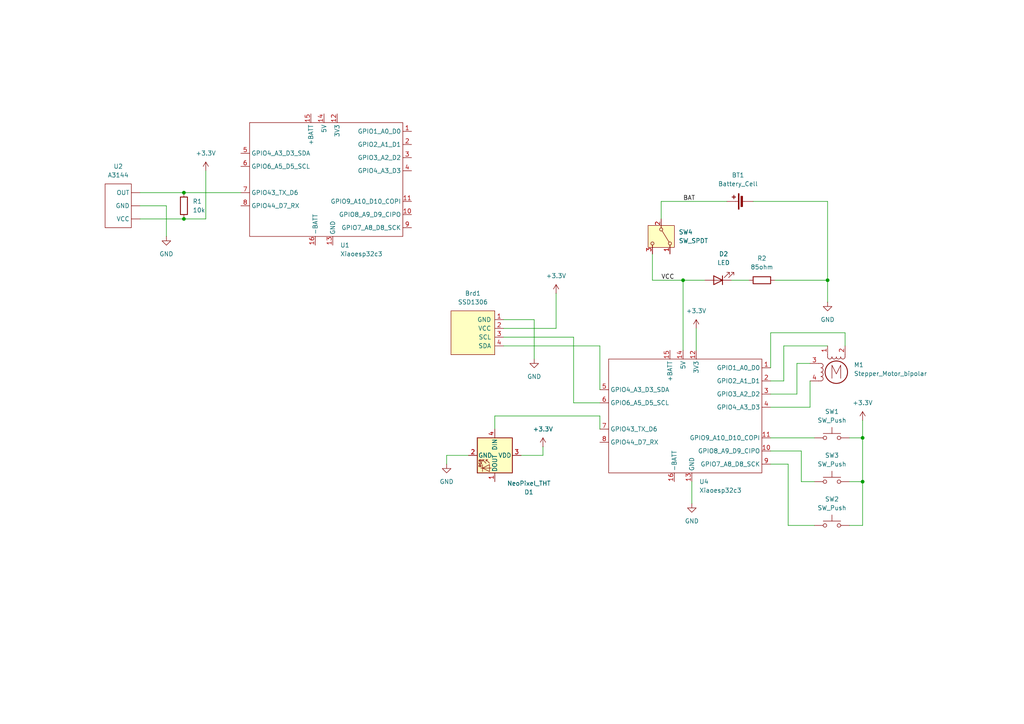
<source format=kicad_sch>
(kicad_sch (version 20250114) (generator "eeschema") (generator_version "9.0")
  (paper "A4")
  (title_block (title "System Architecture and Schematic") (date "2026-01-26") (rev "first draft") (company "Lewis Liu"))
  (lib_symbols
    (symbol "Device:Battery_Cell" (pin_numbers (hide yes)) (pin_names (offset 0) (hide yes))
      (property "Reference" "BT" (at 2.54 2.54 0))
      (property "Value" "Battery_Cell" (at 2.54 0 0))
      (symbol "Battery_Cell_0_1"
        (rectangle (start -2.286 1.778) (end 2.286 1.524) (fill (type outline)))
        (rectangle (start -1.524 1.016) (end 1.524 0.508) (fill (type outline)))
        (polyline (pts (xy 0 1.778) (xy 0 2.54)))
        (polyline (pts (xy 0 0.762) (xy 0 0)))
        (polyline (pts (xy 0.762 3.048) (xy 1.778 3.048)) (stroke (width 0.254)))
        (polyline (pts (xy 1.27 3.556) (xy 1.27 2.54)) (stroke (width 0.254)))
      )
      (symbol "Battery_Cell_1_1"
        (pin passive line (at 0 5.08 270) (length 2.54) (name "+") (number "1"))
        (pin passive line (at 0 -2.54 90) (length 2.54) (name "-") (number "2"))
      )
    )
    (symbol "Device:LED" (pin_numbers (hide yes)) (pin_names (offset 1.016) (hide yes))
      (property "Reference" "D" (at 0 2.54 0))
      (property "Value" "LED" (at 0 -2.54 0))
      (symbol "LED_0_1"
        (polyline (pts (xy -3.048 -0.762) (xy -4.572 -2.286) (xy -3.81 -2.286) (xy -4.572 -2.286) (xy -4.572 -1.524)))
        (polyline (pts (xy -1.778 -0.762) (xy -3.302 -2.286) (xy -2.54 -2.286) (xy -3.302 -2.286) (xy -3.302 -1.524)))
        (polyline (pts (xy -1.27 0) (xy 1.27 0)))
        (polyline (pts (xy -1.27 -1.27) (xy -1.27 1.27)) (stroke (width 0.254)))
        (polyline (pts (xy 1.27 -1.27) (xy 1.27 1.27) (xy -1.27 0) (xy 1.27 -1.27)) (stroke (width 0.254)))
      )
      (symbol "LED_1_1"
        (pin passive line (at -3.81 0 0) (length 2.54) (name "K") (number "1"))
        (pin passive line (at 3.81 0 180) (length 2.54) (name "A") (number "2"))
      )
    )
    (symbol "Device:R" (pin_numbers (hide yes)) (pin_names (offset 0))
      (property "Reference" "R" (at 2.032 0 90))
      (property "Value" "R" (at 0 0 90))
      (symbol "R_0_1"
        (rectangle (start -1.016 -2.54) (end 1.016 2.54) (stroke (width 0.254)))
      )
      (symbol "R_1_1"
        (pin passive line (at 0 3.81 270) (length 1.27) (name "~") (number "1"))
        (pin passive line (at 0 -3.81 90) (length 1.27) (name "~") (number "2"))
      )
    )
    (symbol "GIX_ESP32:XIAO_ESP32"
      (property "Reference" "U" (at -19.812 18.288 0))
      (symbol "XIAO_ESP32_0_1"
        (polyline (pts (xy -21.59 16.51) (xy -21.59 -16.51) (xy 22.86 -16.51) (xy 22.86 16.51) (xy -21.59 16.51)))
      )
      (symbol "XIAO_ESP32_1_1"
        (pin bidirectional line (at -24.13 7.62 0) (length 2.54) (name "GPIO4_A3_D3_SDA") (number "5"))
        (pin bidirectional line (at -24.13 3.81 0) (length 2.54) (name "GPIO6_A5_D5_SCL") (number "6"))
        (pin bidirectional line (at -24.13 -3.81 0) (length 2.54) (name "GPIO43_TX_D6") (number "7"))
        (pin bidirectional line (at -24.13 -7.62 0) (length 2.54) (name "GPIO44_D7_RX") (number "8"))
        (pin bidirectional line (at -3.81 19.05 270) (length 2.54) (name "+BATT") (number "15"))
        (pin bidirectional line (at -2.54 -19.05 90) (length 2.54) (name "-BATT") (number "16"))
        (pin bidirectional line (at 0 19.05 270) (length 2.54) (name "5V") (number "14"))
        (pin bidirectional line (at 2.54 -19.05 90) (length 2.54) (name "GND") (number "13"))
        (pin bidirectional line (at 3.81 19.05 270) (length 2.54) (name "3V3") (number "12"))
        (pin bidirectional line (at 25.4 13.97 180) (length 2.54) (name "GPIO1_A0_D0") (number "1"))
        (pin bidirectional line (at 25.4 10.16 180) (length 2.54) (name "GPIO2_A1_D1") (number "2"))
        (pin bidirectional line (at 25.4 6.35 180) (length 2.54) (name "GPIO3_A2_D2") (number "3"))
        (pin bidirectional line (at 25.4 2.54 180) (length 2.54) (name "GPIO4_A3_D3") (number "4"))
        (pin bidirectional line (at 25.4 -6.35 180) (length 2.54) (name "GPIO9_A10_D10_COPI") (number "11"))
        (pin bidirectional line (at 25.4 -10.16 180) (length 2.54) (name "GPIO8_A9_D9_CIPO") (number "10"))
        (pin bidirectional line (at 25.4 -13.97 180) (length 2.54) (name "GPIO7_A8_D8_SCK") (number "9"))
      )
    )
    (symbol "LED:NeoPixel_THT" (pin_names (offset 0.254))
      (property "Reference" "D" (at 5.08 5.715 0))
      (property "Value" "NeoPixel_THT" (at 1.27 -5.715 0))
      (symbol "NeoPixel_THT_0_0"
        (text "RGB" (at 2.286 -4.191 0) (effects (font (size 0.762 0.762))))
      )
      (symbol "NeoPixel_THT_0_1"
        (polyline (pts (xy 1.27 -2.54) (xy 1.778 -2.54)))
        (polyline (pts (xy 1.27 -3.556) (xy 1.778 -3.556)))
        (polyline (pts (xy 2.286 -1.524) (xy 1.27 -2.54) (xy 1.27 -2.032)))
        (polyline (pts (xy 2.286 -2.54) (xy 1.27 -3.556) (xy 1.27 -3.048)))
        (polyline (pts (xy 3.683 -1.016) (xy 3.683 -3.556) (xy 3.683 -4.064)))
        (polyline (pts (xy 4.699 -1.524) (xy 2.667 -1.524) (xy 3.683 -3.556) (xy 4.699 -1.524)))
        (polyline (pts (xy 4.699 -3.556) (xy 2.667 -3.556)))
        (rectangle (start 5.08 5.08) (end -5.08 -5.08) (stroke (width 0.254)) (fill (type background)))
      )
      (symbol "NeoPixel_THT_1_1"
        (pin input line (at -7.62 0 0) (length 2.54) (name "DIN") (number "4"))
        (pin power_in line (at 0 7.62 270) (length 2.54) (name "VDD") (number "3"))
        (pin power_in line (at 0 -7.62 90) (length 2.54) (name "GND") (number "2"))
        (pin output line (at 7.62 0 180) (length 2.54) (name "DOUT") (number "1"))
      )
    )
    (symbol "Motor:Stepper_Motor_bipolar" (pin_names (offset 0) (hide yes))
      (property "Reference" "M" (at 3.81 2.54 0))
      (property "Value" "Stepper_Motor_bipolar" (at 3.81 1.27 0))
      (symbol "Stepper_Motor_bipolar_0_0"
        (polyline (pts (xy -1.27 -1.778) (xy -1.27 2.032) (xy 0 -0.508) (xy 1.27 2.032) (xy 1.27 -1.778)))
      )
      (symbol "Stepper_Motor_bipolar_0_1"
        (polyline (pts (xy -5.08 2.54) (xy -4.445 2.54)))
        (polyline (pts (xy -5.08 -2.54) (xy -4.445 -2.54)))
        (arc (start -4.445 2.54) (mid -3.8127 1.905) (end -4.445 1.27))
        (arc (start -4.445 1.27) (mid -3.8127 0.635) (end -4.445 0))
        (arc (start -4.445 0) (mid -3.8127 -0.635) (end -4.445 -1.27))
        (arc (start -4.445 -1.27) (mid -3.8127 -1.905) (end -4.445 -2.54))
        (polyline (pts (xy -2.54 5.08) (xy -2.54 4.445)))
        (arc (start -1.27 4.445) (mid -1.905 3.8127) (end -2.54 4.445))
        (arc (start 0 4.445) (mid -0.635 3.8127) (end -1.27 4.445))
        (circle (center 0 0) (radius 3.2512) (stroke (width 0.254)))
        (arc (start 1.27 4.445) (mid 0.635 3.8127) (end 0 4.445))
        (arc (start 2.54 4.445) (mid 1.905 3.8127) (end 1.27 4.445))
        (polyline (pts (xy 2.54 5.08) (xy 2.54 4.445)))
      )
      (symbol "Stepper_Motor_bipolar_1_1"
        (pin passive line (at -7.62 2.54 0) (length 2.54) (name "~") (number "3"))
        (pin passive line (at -7.62 -2.54 0) (length 2.54) (name "~") (number "4"))
        (pin passive line (at -2.54 7.62 270) (length 2.54) (name "~") (number "1"))
        (pin passive line (at 2.54 7.62 270) (length 2.54) (name "-") (number "2"))
      )
    )
    (symbol "SSD1306-128x64_OLED:SSD1306" (pin_names (offset 1.016))
      (property "Reference" "Brd" (at 0 -3.81 0))
      (property "Value" "SSD1306" (at 0 -1.27 0))
      (symbol "SSD1306_0_1"
        (rectangle (start -6.35 6.35) (end 6.35 -6.35) (fill (type background)))
      )
      (symbol "SSD1306_1_1"
        (pin input line (at -3.81 8.89 270) (length 2.54) (name "GND") (number "1"))
        (pin input line (at -1.27 8.89 270) (length 2.54) (name "VCC") (number "2"))
        (pin input line (at 1.27 8.89 270) (length 2.54) (name "SCL") (number "3"))
        (pin input line (at 3.81 8.89 270) (length 2.54) (name "SDA") (number "4"))
      )
    )
    (symbol "Switch:SW_Push" (pin_numbers (hide yes)) (pin_names (offset 1.016) (hide yes))
      (property "Reference" "SW" (at 1.27 2.54 0))
      (property "Value" "SW_Push" (at 0 -1.524 0))
      (symbol "SW_Push_0_1"
        (circle (center -2.032 0) (radius 0.508))
        (polyline (pts (xy 0 1.27) (xy 0 3.048)))
        (circle (center 2.032 0) (radius 0.508))
        (polyline (pts (xy 2.54 1.27) (xy -2.54 1.27)))
        (pin passive line (at -5.08 0 0) (length 2.54) (name "1") (number "1"))
        (pin passive line (at 5.08 0 180) (length 2.54) (name "2") (number "2"))
      )
    )
    (symbol "Switch:SW_SPDT" (pin_names (offset 0) (hide yes))
      (property "Reference" "SW" (at 0 5.08 0))
      (property "Value" "SW_SPDT" (at 0 -5.08 0))
      (symbol "SW_SPDT_0_1"
        (circle (center -2.032 0) (radius 0.4572))
        (polyline (pts (xy -1.651 0.254) (xy 1.651 2.286)))
        (circle (center 2.032 2.54) (radius 0.4572))
        (circle (center 2.032 -2.54) (radius 0.4572))
      )
      (symbol "SW_SPDT_1_1"
        (rectangle (start -3.175 3.81) (end 3.175 -3.81) (fill (type background)))
        (pin passive line (at -5.08 0 0) (length 2.54) (name "B") (number "2"))
        (pin passive line (at 5.08 2.54 180) (length 2.54) (name "A") (number "1"))
        (pin passive line (at 5.08 -2.54 180) (length 2.54) (name "C") (number "3"))
      )
    )
    (symbol "a3144 hall effect sensor:a3144_hall_effect_sensor"
      (property "Reference" "U" (at 0 0 0))
      (symbol "a3144_hall_effect_sensor_0_1"
        (rectangle (start -6.35 3.81) (end 6.35 -3.81))
      )
      (symbol "a3144_hall_effect_sensor_1_1"
        (pin input line (at -3.81 -6.35 90) (length 2.54) (name "VCC") (number ""))
        (pin input line (at 0 -6.35 90) (length 2.54) (name "GND") (number ""))
        (pin input line (at 3.81 -6.35 90) (length 2.54) (name "OUT") (number ""))
      )
    )
    (symbol "power:+3.3V" (power) (pin_numbers (hide yes)) (pin_names (offset 0) (hide yes))
      (property "Value" "+3.3V" (at 0 3.556 0))
      (symbol "+3.3V_0_1"
        (polyline (pts (xy -0.762 1.27) (xy 0 2.54)))
        (polyline (pts (xy 0 2.54) (xy 0.762 1.27)))
        (polyline (pts (xy 0 0) (xy 0 2.54)))
      )
      (symbol "+3.3V_1_1"
        (pin power_in line (at 0 0 90) (length 0) (name "~") (number "1"))
      )
    )
    (symbol "power:GND" (power) (pin_numbers (hide yes)) (pin_names (offset 0) (hide yes))
      (property "Value" "GND" (at 0 -3.81 0))
      (symbol "GND_0_1"
        (polyline (pts (xy 0 0) (xy 0 -1.27) (xy 1.27 -1.27) (xy 0 -2.54) (xy -1.27 -1.27) (xy 0 -1.27)))
      )
      (symbol "GND_1_1"
        (pin power_in line (at 0 0 270) (length 0) (name "~") (number "1"))
      )
    )
  )
  (junction (at 240.03 81.28))
  (junction (at 53.34 63.5))
  (junction (at 250.19 127))
  (junction (at 198.12 81.28))
  (junction (at 250.19 139.7))
  (junction (at 53.34 55.88))
  (wire (pts (xy 48.26 59.69) (xy 48.26 68.58)))
  (wire (pts (xy 240.03 81.28) (xy 240.03 87.63)))
  (wire (pts (xy 146.05 97.79) (xy 166.37 97.79)))
  (wire (pts (xy 223.52 96.52) (xy 223.52 106.68)))
  (wire (pts (xy 191.77 63.5) (xy 191.77 58.42)))
  (wire (pts (xy 223.52 134.62) (xy 228.6 134.62)))
  (wire (pts (xy 223.52 130.81) (xy 232.41 130.81)))
  (wire (pts (xy 143.51 120.65) (xy 173.99 120.65)))
  (wire (pts (xy 146.05 92.71) (xy 154.94 92.71)))
  (wire (pts (xy 212.09 81.28) (xy 217.17 81.28)))
  (wire (pts (xy 129.54 134.62) (xy 129.54 132.08)))
  (wire (pts (xy 246.38 152.4) (xy 250.19 152.4)))
  (wire (pts (xy 173.99 100.33) (xy 173.99 113.03)))
  (wire (pts (xy 250.19 139.7) (xy 250.19 127)))
  (wire (pts (xy 223.52 118.11) (xy 234.95 118.11)))
  (wire (pts (xy 246.38 139.7) (xy 250.19 139.7)))
  (wire (pts (xy 173.99 120.65) (xy 173.99 124.46)))
  (wire (pts (xy 198.12 81.28) (xy 204.47 81.28)))
  (wire (pts (xy 232.41 139.7) (xy 236.22 139.7)))
  (wire (pts (xy 157.48 132.08) (xy 157.48 129.54)))
  (wire (pts (xy 231.14 105.41) (xy 234.95 105.41)))
  (wire (pts (xy 143.51 124.46) (xy 143.51 120.65)))
  (wire (pts (xy 246.38 127) (xy 250.19 127)))
  (wire (pts (xy 224.79 81.28) (xy 240.03 81.28)))
  (wire (pts (xy 223.52 127) (xy 236.22 127)))
  (wire (pts (xy 59.69 63.5) (xy 59.69 49.53)))
  (wire (pts (xy 218.44 58.42) (xy 240.03 58.42)))
  (wire (pts (xy 189.23 73.66) (xy 189.23 81.28)))
  (wire (pts (xy 146.05 95.25) (xy 161.29 95.25)))
  (wire (pts (xy 198.12 81.28) (xy 198.12 101.6)))
  (wire (pts (xy 166.37 116.84) (xy 173.99 116.84)))
  (wire (pts (xy 40.64 59.69) (xy 48.26 59.69)))
  (wire (pts (xy 240.03 100.33) (xy 227.33 100.33)))
  (wire (pts (xy 166.37 97.79) (xy 166.37 116.84)))
  (wire (pts (xy 231.14 114.3) (xy 231.14 105.41)))
  (wire (pts (xy 232.41 130.81) (xy 232.41 139.7)))
  (wire (pts (xy 250.19 139.7) (xy 250.19 152.4)))
  (wire (pts (xy 191.77 58.42) (xy 210.82 58.42)))
  (wire (pts (xy 129.54 132.08) (xy 135.89 132.08)))
  (wire (pts (xy 154.94 92.71) (xy 154.94 104.14)))
  (wire (pts (xy 200.66 139.7) (xy 200.66 146.05)))
  (wire (pts (xy 240.03 58.42) (xy 240.03 81.28)))
  (wire (pts (xy 53.34 55.88) (xy 69.85 55.88)))
  (wire (pts (xy 245.11 100.33) (xy 245.11 96.52)))
  (wire (pts (xy 227.33 110.49) (xy 223.52 110.49)))
  (wire (pts (xy 228.6 152.4) (xy 236.22 152.4)))
  (wire (pts (xy 161.29 95.25) (xy 161.29 85.09)))
  (wire (pts (xy 228.6 134.62) (xy 228.6 152.4)))
  (wire (pts (xy 146.05 100.33) (xy 173.99 100.33)))
  (wire (pts (xy 245.11 96.52) (xy 223.52 96.52)))
  (wire (pts (xy 227.33 100.33) (xy 227.33 110.49)))
  (wire (pts (xy 201.93 95.25) (xy 201.93 101.6)))
  (wire (pts (xy 40.64 63.5) (xy 53.34 63.5)))
  (wire (pts (xy 151.13 132.08) (xy 157.48 132.08)))
  (wire (pts (xy 53.34 63.5) (xy 59.69 63.5)))
  (wire (pts (xy 250.19 127) (xy 250.19 121.92)))
  (wire (pts (xy 223.52 114.3) (xy 231.14 114.3)))
  (wire (pts (xy 40.64 55.88) (xy 53.34 55.88)))
  (wire (pts (xy 189.23 81.28) (xy 198.12 81.28)))
  (wire (pts (xy 234.95 118.11) (xy 234.95 110.49)))
  (label "BAT" (at 198.12 58.42 0))
  (label "VCC" (at 191.77 81.28 0))
  (symbol (lib_id "Device:Battery_Cell") (at 215.9 58.42 90) (unit 1)
    (property "Reference" "BT1" (at 214.0585 50.8 90))
    (property "Value" "Battery_Cell" (at 214.0585 53.34 90))
    (property "Footprint" "Connector_PinSocket_2.54mm:PinSocket_1x02_P2.54mm_Vertical" (effects (hide yes)))
    (property "Description" "Single-cell battery" (effects (hide yes)))
    (property "Sim.Device" "V" (effects (hide yes)))
    (property "Sim.Type" "DC" (effects (hide yes)))
    (property "Sim.Pins" "1=+ 2=-" (effects (hide yes)))
  )
  (symbol (lib_id "power:+3.3V") (at 161.29 85.09 0) (unit 1)
    (property "Reference" "#PWR08" (effects (hide yes)))
    (property "Value" "+3.3V" (at 161.29 80.01 0))
    (property "Description" "Power symbol creates a global label with name \"+3.3V\"" (effects (hide yes)))
  )
  (symbol (lib_id "Switch:SW_Push") (at 241.3 127 0) (unit 1)
    (property "Reference" "SW1" (at 241.3 119.38 0))
    (property "Value" "SW_Push" (at 241.3 121.92 0))
    (property "Footprint" "Connector_PinSocket_2.54mm:PinSocket_1x02_P2.54mm_Vertical" (effects (hide yes)))
    (property "Description" "Push button switch, generic, two pins" (effects (hide yes)))
  )
  (symbol (lib_id "Motor:Stepper_Motor_bipolar") (at 242.57 107.95 0) (unit 1)
    (property "Reference" "M1" (at 247.65 105.829 0) (effects (justify left)))
    (property "Value" "Stepper_Motor_bipolar" (at 247.65 108.369 0) (effects (justify left)))
    (property "Footprint" "x27_Footprint:x27_stepper" (effects (hide yes)))
    (property "Datasheet" "http://www.infineon.com/dgdl/Application-Note-TLE8110EE_driving_UniPolarStepperMotor_V1.1.pdf?fileId=db3a30431be39b97011be5d0aa0a00b0" (effects (hide yes)))
    (property "Description" "4-wire bipolar stepper motor" (effects (hide yes)))
  )
  (symbol (lib_id "power:GND") (at 129.54 134.62 0) (unit 1)
    (property "Reference" "#PWR03" (effects (hide yes)))
    (property "Value" "GND" (at 129.54 139.7 0))
    (property "Description" "Power symbol creates a global label with name \"GND\" , ground" (effects (hide yes)))
  )
  (symbol (lib_id "power:GND") (at 48.26 68.58 0) (unit 1)
    (property "Reference" "#PWR07" (effects (hide yes)))
    (property "Value" "GND" (at 48.26 73.66 0))
    (property "Description" "Power symbol creates a global label with name \"GND\" , ground" (effects (hide yes)))
  )
  (symbol (lib_id "Switch:SW_SPDT") (at 191.77 68.58 270) (unit 1)
    (property "Reference" "SW4" (at 196.85 67.3099 90) (effects (justify left)))
    (property "Value" "SW_SPDT" (at 196.85 69.8499 90) (effects (justify left)))
    (property "Footprint" "Connector_PinSocket_2.54mm:PinSocket_1x03_P2.54mm_Vertical" (effects (hide yes)))
    (property "Description" "Switch, single pole double throw" (effects (hide yes)))
  )
  (symbol (lib_id "power:GND") (at 200.66 146.05 0) (unit 1)
    (property "Reference" "#PWR09" (effects (hide yes)))
    (property "Value" "GND" (at 200.66 151.13 0))
    (property "Description" "Power symbol creates a global label with name \"GND\" , ground" (effects (hide yes)))
  )
  (symbol (lib_id "power:+3.3V") (at 157.48 129.54 0) (unit 1)
    (property "Reference" "#PWR05" (effects (hide yes)))
    (property "Value" "+3.3V" (at 157.48 124.46 0))
    (property "Description" "Power symbol creates a global label with name \"+3.3V\"" (effects (hide yes)))
  )
  (symbol (lib_id "GIX_ESP32:XIAO_ESP32") (at 93.98 52.07 0) (unit 1)
    (property "Reference" "U1" (at 98.6633 71.12 0) (effects (justify left)))
    (property "Value" "Xiaoesp32c3" (at 98.6633 73.66 0) (effects (justify left)))
  )
  (symbol (lib_id "LED:NeoPixel_THT") (at 143.51 132.08 270) (unit 1)
    (property "Reference" "D1" (at 153.416 142.748 90))
    (property "Value" "NeoPixel_THT" (at 153.416 140.208 90))
    (property "Footprint" "Connector_PinSocket_2.54mm:PinSocket_1x04_P2.54mm_Vertical" (effects (hide yes)))
    (property "Datasheet" "https://www.adafruit.com/product/1938" (effects (hide yes)))
    (property "Description" "RGB LED with integrated controller, 5mm/8mm LED package" (effects (hide yes)))
  )
  (symbol (lib_id "SSD1306-128x64_OLED:SSD1306") (at 137.16 96.52 270) (unit 1)
    (property "Reference" "Brd1" (at 137.16 85.09 90))
    (property "Value" "SSD1306" (at 137.16 87.63 90))
    (property "Footprint" "SSD1306:128x64OLED" (effects (hide yes)))
    (property "Description" "SSD1306 OLED" (effects (hide yes)))
  )
  (symbol (lib_id "Device:R") (at 53.34 59.69 180) (unit 1)
    (property "Reference" "R1" (at 55.88 58.4199 0) (effects (justify right)))
    (property "Value" "10k" (at 55.88 60.9599 0) (effects (justify right)))
    (property "Description" "Resistor" (effects (hide yes)))
  )
  (symbol (lib_id "power:GND") (at 154.94 104.14 0) (unit 1)
    (property "Reference" "#PWR04" (effects (hide yes)))
    (property "Value" "GND" (at 154.94 109.22 0))
    (property "Description" "Power symbol creates a global label with name \"GND\" , ground" (effects (hide yes)))
  )
  (symbol (lib_id "Switch:SW_Push") (at 241.3 139.7 0) (unit 1)
    (property "Reference" "SW3" (at 241.3 132.08 0))
    (property "Value" "SW_Push" (at 241.3 134.62 0))
    (property "Footprint" "Connector_PinSocket_2.54mm:PinSocket_1x02_P2.54mm_Vertical" (effects (hide yes)))
    (property "Description" "Push button switch, generic, two pins" (effects (hide yes)))
  )
  (symbol (lib_id "Device:LED") (at 208.28 81.28 180) (unit 1)
    (property "Reference" "D2" (at 209.8675 73.66 0))
    (property "Value" "LED" (at 209.8675 76.2 0))
    (property "Footprint" "LED_SMD:LED_0805_2012Metric_Pad1.15x1.40mm_HandSolder" (effects (hide yes)))
    (property "Description" "Light emitting diode" (effects (hide yes)))
    (property "Sim.Pins" "1=K 2=A" (effects (hide yes)))
  )
  (symbol (lib_id "a3144 hall effect sensor:a3144_hall_effect_sensor") (at 34.29 59.69 90) (unit 1)
    (property "Reference" "U2" (at 34.29 48.26 90))
    (property "Value" "A3144" (at 34.29 50.8 90))
  )
  (symbol (lib_id "Switch:SW_Push") (at 241.3 152.4 0) (unit 1)
    (property "Reference" "SW2" (at 241.3 144.78 0))
    (property "Value" "SW_Push" (at 241.3 147.32 0))
    (property "Footprint" "Connector_PinSocket_2.54mm:PinSocket_1x02_P2.54mm_Vertical" (effects (hide yes)))
    (property "Description" "Push button switch, generic, two pins" (effects (hide yes)))
  )
  (symbol (lib_id "power:+3.3V") (at 201.93 95.25 0) (unit 1)
    (property "Reference" "#PWR02" (effects (hide yes)))
    (property "Value" "+3.3V" (at 201.93 90.17 0))
    (property "Description" "Power symbol creates a global label with name \"+3.3V\"" (effects (hide yes)))
  )
  (symbol (lib_id "Device:R") (at 220.98 81.28 90) (unit 1)
    (property "Reference" "R2" (at 220.98 74.93 90))
    (property "Value" "85ohm" (at 220.98 77.47 90))
    (property "Footprint" "Resistor_SMD:R_0805_2012Metric_Pad1.20x1.40mm_HandSolder" (effects (hide yes)))
    (property "Description" "Resistor" (effects (hide yes)))
  )
  (symbol (lib_id "GIX_ESP32:XIAO_ESP32") (at 198.12 120.65 0) (unit 1)
    (property "Reference" "U4" (at 202.8033 139.7 0) (effects (justify left)))
    (property "Value" "Xiaoesp32c3" (at 202.8033 142.24 0) (effects (justify left)))
    (property "Footprint" "GIX_ESP32:XIAO_ESP32" (effects (hide yes)))
  )
  (symbol (lib_id "power:GND") (at 240.03 87.63 0) (unit 1)
    (property "Reference" "#PWR01" (effects (hide yes)))
    (property "Value" "GND" (at 240.03 92.71 0))
    (property "Description" "Power symbol creates a global label with name \"GND\" , ground" (effects (hide yes)))
  )
  (symbol (lib_id "power:+3.3V") (at 59.69 49.53 0) (unit 1)
    (property "Reference" "#PWR06" (effects (hide yes)))
    (property "Value" "+3.3V" (at 59.69 44.45 0))
    (property "Description" "Power symbol creates a global label with name \"+3.3V\"" (effects (hide yes)))
  )
  (symbol (lib_id "power:+3.3V") (at 250.19 121.92 0) (unit 1)
    (property "Reference" "#PWR010" (effects (hide yes)))
    (property "Value" "+3.3V" (at 250.19 116.84 0))
    (property "Description" "Power symbol creates a global label with name \"+3.3V\"" (effects (hide yes)))
  )
)
</source>
